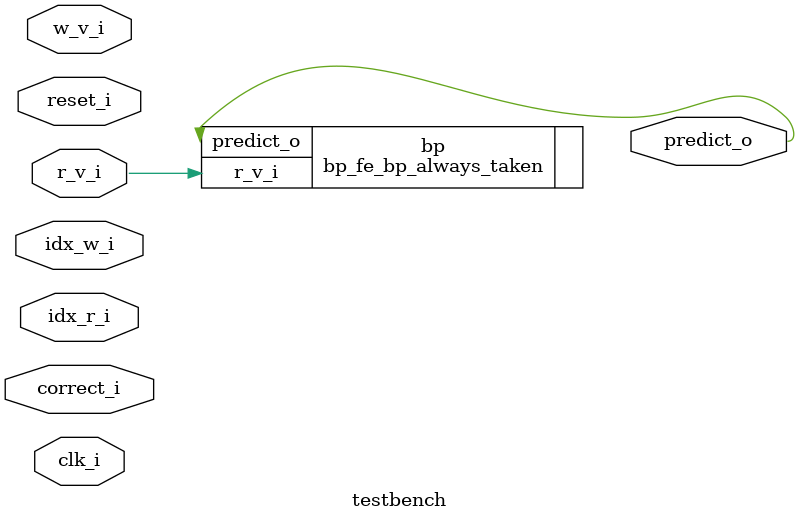
<source format=sv>
module testbench
  #( parameter bht_idx_width_p   = "inv"
  ,  parameter bp_cnt_sat_bits_p = "inv"
  )
  ( input                       clk_i
  , input                       reset_i

  , input                       w_v_i
  , input [bht_idx_width_p-1:0] idx_w_i
  , input                       correct_i

  , input                       r_v_i
  , input [bht_idx_width_p-1:0] idx_r_i
  , output                      predict_o
  );

    bp_fe_bp_always_taken bp
    ( .r_v_i(r_v_i)
    , .predict_o(predict_o)
    );

`ifndef VERILATOR
  // dump waves
  initial begin
    $dumpfile("dump.vcd");
    $dumpvars(1, testbench);
  end
`endif

endmodule

</source>
